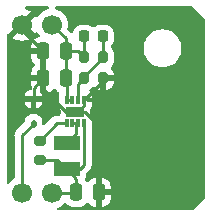
<source format=gbr>
%TF.GenerationSoftware,KiCad,Pcbnew,7.0.8*%
%TF.CreationDate,2024-11-10T19:07:09+09:00*%
%TF.ProjectId,Ni-MH_3.3V-Module,4e692d4d-485f-4332-9e33-562d4d6f6475,rev?*%
%TF.SameCoordinates,Original*%
%TF.FileFunction,Copper,L1,Top*%
%TF.FilePolarity,Positive*%
%FSLAX46Y46*%
G04 Gerber Fmt 4.6, Leading zero omitted, Abs format (unit mm)*
G04 Created by KiCad (PCBNEW 7.0.8) date 2024-11-10 19:07:09*
%MOMM*%
%LPD*%
G01*
G04 APERTURE LIST*
G04 Aperture macros list*
%AMRoundRect*
0 Rectangle with rounded corners*
0 $1 Rounding radius*
0 $2 $3 $4 $5 $6 $7 $8 $9 X,Y pos of 4 corners*
0 Add a 4 corners polygon primitive as box body*
4,1,4,$2,$3,$4,$5,$6,$7,$8,$9,$2,$3,0*
0 Add four circle primitives for the rounded corners*
1,1,$1+$1,$2,$3*
1,1,$1+$1,$4,$5*
1,1,$1+$1,$6,$7*
1,1,$1+$1,$8,$9*
0 Add four rect primitives between the rounded corners*
20,1,$1+$1,$2,$3,$4,$5,0*
20,1,$1+$1,$4,$5,$6,$7,0*
20,1,$1+$1,$6,$7,$8,$9,0*
20,1,$1+$1,$8,$9,$2,$3,0*%
G04 Aperture macros list end*
%TA.AperFunction,SMDPad,CuDef*%
%ADD10RoundRect,0.200000X-0.200000X-0.275000X0.200000X-0.275000X0.200000X0.275000X-0.200000X0.275000X0*%
%TD*%
%TA.AperFunction,ComponentPad*%
%ADD11C,1.700000*%
%TD*%
%TA.AperFunction,SMDPad,CuDef*%
%ADD12RoundRect,0.112500X0.112500X-0.187500X0.112500X0.187500X-0.112500X0.187500X-0.112500X-0.187500X0*%
%TD*%
%TA.AperFunction,SMDPad,CuDef*%
%ADD13RoundRect,0.250000X0.250000X0.475000X-0.250000X0.475000X-0.250000X-0.475000X0.250000X-0.475000X0*%
%TD*%
%TA.AperFunction,SMDPad,CuDef*%
%ADD14RoundRect,0.250000X-0.250000X-0.475000X0.250000X-0.475000X0.250000X0.475000X-0.250000X0.475000X0*%
%TD*%
%TA.AperFunction,SMDPad,CuDef*%
%ADD15RoundRect,0.035000X-0.105000X0.335000X-0.105000X-0.335000X0.105000X-0.335000X0.105000X0.335000X0*%
%TD*%
%TA.AperFunction,SMDPad,CuDef*%
%ADD16R,1.600000X0.900000*%
%TD*%
%TA.AperFunction,ComponentPad*%
%ADD17C,0.400000*%
%TD*%
%TA.AperFunction,SMDPad,CuDef*%
%ADD18RoundRect,0.225000X0.225000X0.250000X-0.225000X0.250000X-0.225000X-0.250000X0.225000X-0.250000X0*%
%TD*%
%TA.AperFunction,SMDPad,CuDef*%
%ADD19RoundRect,0.200000X0.275000X-0.200000X0.275000X0.200000X-0.275000X0.200000X-0.275000X-0.200000X0*%
%TD*%
%TA.AperFunction,SMDPad,CuDef*%
%ADD20R,2.220000X1.240000*%
%TD*%
%TA.AperFunction,Conductor*%
%ADD21C,0.250000*%
%TD*%
G04 APERTURE END LIST*
D10*
%TO.P,R2,1*%
%TO.N,FB*%
X7049000Y-6604000D03*
%TO.P,R2,2*%
%TO.N,AGND*%
X8699000Y-6604000D03*
%TD*%
D11*
%TO.P,J1,1,Pin_1*%
%TO.N,1.2V*%
X4353000Y-16283000D03*
%TO.P,J1,2,Pin_2*%
%TO.N,Net-(D1-K)*%
X1813000Y-16283000D03*
%TD*%
D12*
%TO.P,D1,1,K*%
%TO.N,Net-(D1-K)*%
X2794000Y-10448000D03*
%TO.P,D1,2,A*%
%TO.N,AGND*%
X2794000Y-8348000D03*
%TD*%
D13*
%TO.P,C1,1*%
%TO.N,AGND*%
X8316000Y-16256000D03*
%TO.P,C1,2*%
%TO.N,1.2V*%
X6416000Y-16256000D03*
%TD*%
D14*
%TO.P,C4,1*%
%TO.N,AGND*%
X3622000Y-4318000D03*
%TO.P,C4,2*%
%TO.N,3.3V*%
X5522000Y-4318000D03*
%TD*%
D15*
%TO.P,U1,1,AGND*%
%TO.N,AGND*%
X7088000Y-8444000D03*
%TO.P,U1,2,FB*%
%TO.N,FB*%
X6588000Y-8444000D03*
%TO.P,U1,3,VOUT*%
%TO.N,3.3V*%
X6088000Y-8444000D03*
%TO.P,U1,4,VOUT*%
X5588000Y-8444000D03*
%TO.P,U1,5,EN*%
%TO.N,1.2V*%
X5588000Y-10414000D03*
%TO.P,U1,6,SW*%
%TO.N,SW*%
X6088000Y-10414000D03*
%TO.P,U1,7,SW*%
X6588000Y-10414000D03*
%TO.P,U1,8,VIN*%
%TO.N,1.2V*%
X7088000Y-10414000D03*
D16*
%TO.P,U1,9,PGND*%
%TO.N,AGND*%
X6338000Y-9429000D03*
D17*
%TO.P,U1,9_1*%
%TO.N,N/C*%
X6888000Y-9429000D03*
%TO.P,U1,9_2*%
X5788000Y-9429000D03*
%TD*%
D11*
%TO.P,J2,1,Pin_1*%
%TO.N,AGND*%
X1813000Y-2059000D03*
%TO.P,J2,2,Pin_2*%
%TO.N,3.3V*%
X4353000Y-2059000D03*
%TD*%
D18*
%TO.P,C2,1*%
%TO.N,FB*%
X8649000Y-3048000D03*
%TO.P,C2,2*%
%TO.N,3.3V*%
X7099000Y-3048000D03*
%TD*%
D14*
%TO.P,C3,1*%
%TO.N,AGND*%
X3622000Y-6604000D03*
%TO.P,C3,2*%
%TO.N,3.3V*%
X5522000Y-6604000D03*
%TD*%
D10*
%TO.P,R1,1*%
%TO.N,3.3V*%
X7049000Y-4826000D03*
%TO.P,R1,2*%
%TO.N,FB*%
X8699000Y-4826000D03*
%TD*%
D19*
%TO.P,R3,1*%
%TO.N,1.2V*%
X3302000Y-13525000D03*
%TO.P,R3,2*%
X3302000Y-11875000D03*
%TD*%
D20*
%TO.P,L1,1*%
%TO.N,1.2V*%
X5588000Y-14298000D03*
%TO.P,L1,2*%
%TO.N,SW*%
X5588000Y-12118000D03*
%TD*%
D21*
%TO.N,AGND*%
X6338000Y-9429000D02*
X5538000Y-9429000D01*
X8699000Y-6833000D02*
X7088000Y-8444000D01*
X6552118Y-9429000D02*
X6338000Y-9429000D01*
X3622000Y-7513000D02*
X3622000Y-6604000D01*
X2794000Y-7432000D02*
X3622000Y-6604000D01*
X1813000Y-2509000D02*
X1813000Y-2059000D01*
X7138000Y-9429000D02*
X8316000Y-10607000D01*
X7088000Y-8893118D02*
X6552118Y-9429000D01*
X7088000Y-8444000D02*
X7088000Y-8893118D01*
X3622000Y-4318000D02*
X1813000Y-2509000D01*
X6338000Y-9429000D02*
X7138000Y-9429000D01*
X5538000Y-9429000D02*
X3622000Y-7513000D01*
X8316000Y-10607000D02*
X8316000Y-16256000D01*
X8699000Y-6604000D02*
X8699000Y-6833000D01*
X3622000Y-6604000D02*
X3622000Y-4318000D01*
X2794000Y-8348000D02*
X2794000Y-7432000D01*
%TO.N,1.2V*%
X3302000Y-13525000D02*
X4815000Y-13525000D01*
X4763000Y-10414000D02*
X3302000Y-11875000D01*
X6416000Y-16256000D02*
X6416000Y-15126000D01*
X7088000Y-10414000D02*
X7088000Y-13908000D01*
X6389000Y-16283000D02*
X6416000Y-16256000D01*
X6698000Y-14298000D02*
X5588000Y-14298000D01*
X4815000Y-13525000D02*
X5588000Y-14298000D01*
X6416000Y-15126000D02*
X5588000Y-14298000D01*
X7088000Y-13908000D02*
X6698000Y-14298000D01*
X5588000Y-10414000D02*
X4763000Y-10414000D01*
X4353000Y-16283000D02*
X6389000Y-16283000D01*
%TO.N,FB*%
X7049000Y-6604000D02*
X7049000Y-6476000D01*
X8699000Y-3098000D02*
X8649000Y-3048000D01*
X6588000Y-7065000D02*
X7049000Y-6604000D01*
X7049000Y-6476000D02*
X8699000Y-4826000D01*
X8699000Y-4826000D02*
X8699000Y-3098000D01*
X6588000Y-8444000D02*
X6588000Y-7065000D01*
%TO.N,3.3V*%
X5588000Y-8444000D02*
X6088000Y-8444000D01*
X5588000Y-6670000D02*
X5522000Y-6604000D01*
X7099000Y-4776000D02*
X7049000Y-4826000D01*
X6541000Y-4318000D02*
X7049000Y-4826000D01*
X5588000Y-8444000D02*
X5588000Y-6670000D01*
X5522000Y-4318000D02*
X6541000Y-4318000D01*
X5522000Y-6604000D02*
X5522000Y-4318000D01*
X5522000Y-3228000D02*
X5522000Y-4318000D01*
X4353000Y-2059000D02*
X5522000Y-3228000D01*
X7099000Y-3048000D02*
X7099000Y-4776000D01*
%TO.N,Net-(D1-K)*%
X1813000Y-11429000D02*
X1813000Y-16283000D01*
X2794000Y-10448000D02*
X1813000Y-11429000D01*
%TO.N,SW*%
X6350000Y-10414000D02*
X6088000Y-10414000D01*
X6350000Y-10414000D02*
X6350000Y-11356000D01*
X6588000Y-10414000D02*
X6350000Y-10414000D01*
X6350000Y-11356000D02*
X5588000Y-12118000D01*
%TD*%
%TA.AperFunction,Conductor*%
%TO.N,AGND*%
G36*
X16271677Y-527685D02*
G01*
X16292319Y-544319D01*
X17235681Y-1487681D01*
X17269166Y-1549004D01*
X17272000Y-1575362D01*
X17272000Y-16712638D01*
X17252315Y-16779677D01*
X17235681Y-16800319D01*
X16292319Y-17743681D01*
X16230996Y-17777166D01*
X16204638Y-17780000D01*
X4897557Y-17780000D01*
X4830518Y-17760315D01*
X4784763Y-17707511D01*
X4774819Y-17638353D01*
X4803844Y-17574797D01*
X4845150Y-17543618D01*
X5030830Y-17457035D01*
X5224401Y-17321495D01*
X5375779Y-17170117D01*
X5437102Y-17136632D01*
X5506794Y-17141616D01*
X5562727Y-17183488D01*
X5568993Y-17192693D01*
X5573288Y-17199656D01*
X5697344Y-17323712D01*
X5846666Y-17415814D01*
X6013203Y-17470999D01*
X6115991Y-17481500D01*
X6716008Y-17481499D01*
X6716016Y-17481498D01*
X6716019Y-17481498D01*
X6772302Y-17475748D01*
X6818797Y-17470999D01*
X6985334Y-17415814D01*
X7134656Y-17323712D01*
X7258712Y-17199656D01*
X7260752Y-17196347D01*
X7262745Y-17194555D01*
X7263193Y-17193989D01*
X7263289Y-17194065D01*
X7312694Y-17149623D01*
X7381656Y-17138395D01*
X7445740Y-17166234D01*
X7471829Y-17196339D01*
X7473681Y-17199341D01*
X7473683Y-17199344D01*
X7597654Y-17323315D01*
X7746875Y-17415356D01*
X7746880Y-17415358D01*
X7913302Y-17470505D01*
X7913309Y-17470506D01*
X8016019Y-17480999D01*
X8065999Y-17480998D01*
X8066000Y-17480998D01*
X8066000Y-16506000D01*
X8566000Y-16506000D01*
X8566000Y-17480999D01*
X8615972Y-17480999D01*
X8615986Y-17480998D01*
X8718697Y-17470505D01*
X8885119Y-17415358D01*
X8885124Y-17415356D01*
X9034345Y-17323315D01*
X9158315Y-17199345D01*
X9250356Y-17050124D01*
X9250358Y-17050119D01*
X9305505Y-16883697D01*
X9305506Y-16883690D01*
X9315999Y-16780986D01*
X9316000Y-16780973D01*
X9316000Y-16506000D01*
X8566000Y-16506000D01*
X8066000Y-16506000D01*
X8066000Y-15031000D01*
X8566000Y-15031000D01*
X8566000Y-16006000D01*
X9315999Y-16006000D01*
X9315999Y-15731028D01*
X9315998Y-15731013D01*
X9305505Y-15628302D01*
X9250358Y-15461880D01*
X9250356Y-15461875D01*
X9158315Y-15312654D01*
X9034345Y-15188684D01*
X8885124Y-15096643D01*
X8885119Y-15096641D01*
X8718697Y-15041494D01*
X8718690Y-15041493D01*
X8615986Y-15031000D01*
X8566000Y-15031000D01*
X8066000Y-15031000D01*
X8065999Y-15030999D01*
X8016029Y-15031000D01*
X8016011Y-15031001D01*
X7913302Y-15041494D01*
X7746880Y-15096641D01*
X7746875Y-15096643D01*
X7597654Y-15188684D01*
X7473683Y-15312655D01*
X7473679Y-15312660D01*
X7471826Y-15315665D01*
X7470018Y-15317290D01*
X7469202Y-15318323D01*
X7469025Y-15318183D01*
X7419874Y-15362385D01*
X7350911Y-15373601D01*
X7286831Y-15345752D01*
X7260753Y-15315653D01*
X7260737Y-15315628D01*
X7258712Y-15312344D01*
X7188610Y-15242242D01*
X7155125Y-15180919D01*
X7160108Y-15111232D01*
X7192091Y-15025483D01*
X7198500Y-14965873D01*
X7198499Y-14733451D01*
X7218183Y-14666412D01*
X7234813Y-14645775D01*
X7471785Y-14408803D01*
X7484041Y-14398987D01*
X7483858Y-14398765D01*
X7489875Y-14393787D01*
X7489874Y-14393787D01*
X7489877Y-14393786D01*
X7514251Y-14367829D01*
X7537227Y-14343364D01*
X7547671Y-14332918D01*
X7558120Y-14322471D01*
X7562379Y-14316978D01*
X7566152Y-14312561D01*
X7598062Y-14278582D01*
X7607713Y-14261024D01*
X7618396Y-14244761D01*
X7630673Y-14228936D01*
X7649185Y-14186153D01*
X7651738Y-14180941D01*
X7674197Y-14140092D01*
X7679180Y-14120680D01*
X7685481Y-14102280D01*
X7693437Y-14083896D01*
X7700729Y-14037852D01*
X7701906Y-14032171D01*
X7713500Y-13987019D01*
X7713500Y-13966983D01*
X7715027Y-13947582D01*
X7718160Y-13927804D01*
X7713775Y-13881415D01*
X7713500Y-13875577D01*
X7713500Y-10910867D01*
X7717280Y-10880482D01*
X7718162Y-10876987D01*
X7718166Y-10876979D01*
X7728500Y-10790927D01*
X7728499Y-10037074D01*
X7718166Y-9951021D01*
X7664163Y-9814078D01*
X7664162Y-9814077D01*
X7664162Y-9814076D01*
X7663195Y-9812801D01*
X7662671Y-9811424D01*
X7660005Y-9806681D01*
X7660716Y-9806280D01*
X7638373Y-9747490D01*
X7638000Y-9737877D01*
X7638000Y-9679000D01*
X7614071Y-9655071D01*
X7580586Y-9593748D01*
X7578656Y-9552443D01*
X7593645Y-9429000D01*
X7578656Y-9305555D01*
X7590116Y-9236632D01*
X7614071Y-9202927D01*
X7638000Y-9178998D01*
X7638000Y-9119293D01*
X7657685Y-9052254D01*
X7663201Y-9044362D01*
X7663723Y-9043673D01*
X7717674Y-8906860D01*
X7717675Y-8906858D01*
X7728000Y-8820884D01*
X7728000Y-8584000D01*
X7352499Y-8584000D01*
X7285460Y-8564315D01*
X7239705Y-8511511D01*
X7228499Y-8460000D01*
X7228499Y-8428000D01*
X7248184Y-8360961D01*
X7300988Y-8315206D01*
X7352499Y-8304000D01*
X7728000Y-8304000D01*
X7728000Y-8067115D01*
X7717675Y-7981141D01*
X7663721Y-7844323D01*
X7574859Y-7727141D01*
X7554188Y-7711466D01*
X7512664Y-7655274D01*
X7508111Y-7585553D01*
X7541976Y-7524438D01*
X7564955Y-7506549D01*
X7684185Y-7434472D01*
X7786673Y-7331983D01*
X7847994Y-7298499D01*
X7917685Y-7303483D01*
X7962034Y-7331984D01*
X8064122Y-7434072D01*
X8209604Y-7522019D01*
X8209603Y-7522019D01*
X8371894Y-7572590D01*
X8371893Y-7572590D01*
X8442408Y-7578998D01*
X8442426Y-7578999D01*
X8448999Y-7578998D01*
X8449000Y-7578998D01*
X8449000Y-6854000D01*
X8949000Y-6854000D01*
X8949000Y-7578999D01*
X8955581Y-7578999D01*
X9026102Y-7572591D01*
X9026107Y-7572590D01*
X9188396Y-7522018D01*
X9333877Y-7434072D01*
X9454072Y-7313877D01*
X9542019Y-7168395D01*
X9592590Y-7006106D01*
X9599000Y-6935572D01*
X9599000Y-6854000D01*
X8949000Y-6854000D01*
X8449000Y-6854000D01*
X8449000Y-6478000D01*
X8468685Y-6410961D01*
X8521489Y-6365206D01*
X8573000Y-6354000D01*
X9598999Y-6354000D01*
X9598999Y-6272417D01*
X9592591Y-6201897D01*
X9592590Y-6201892D01*
X9542018Y-6039603D01*
X9454072Y-5894122D01*
X9362984Y-5803034D01*
X9329499Y-5741711D01*
X9334483Y-5672019D01*
X9362983Y-5627673D01*
X9454472Y-5536185D01*
X9542478Y-5390606D01*
X9593086Y-5228196D01*
X9599500Y-5157616D01*
X9599500Y-4494384D01*
X9593086Y-4423804D01*
X9542478Y-4261394D01*
X9454472Y-4115815D01*
X9454470Y-4115813D01*
X9454469Y-4115811D01*
X9402658Y-4064000D01*
X12110551Y-4064000D01*
X12130317Y-4315151D01*
X12189126Y-4560110D01*
X12285533Y-4792859D01*
X12417160Y-5007653D01*
X12417161Y-5007656D01*
X12417164Y-5007659D01*
X12580776Y-5199224D01*
X12653876Y-5261657D01*
X12772343Y-5362838D01*
X12772346Y-5362839D01*
X12987140Y-5494466D01*
X13118028Y-5548681D01*
X13219889Y-5590873D01*
X13464852Y-5649683D01*
X13620950Y-5661968D01*
X13653116Y-5664500D01*
X13653118Y-5664500D01*
X13778884Y-5664500D01*
X13808518Y-5662167D01*
X13967148Y-5649683D01*
X14212111Y-5590873D01*
X14444859Y-5494466D01*
X14659659Y-5362836D01*
X14851224Y-5199224D01*
X15014836Y-5007659D01*
X15146466Y-4792859D01*
X15242873Y-4560111D01*
X15301683Y-4315148D01*
X15321449Y-4064000D01*
X15301683Y-3812852D01*
X15242873Y-3567889D01*
X15192264Y-3445708D01*
X15146466Y-3335140D01*
X15014839Y-3120346D01*
X15014838Y-3120343D01*
X14972872Y-3071208D01*
X14851224Y-2928776D01*
X14693493Y-2794061D01*
X14659656Y-2765161D01*
X14659653Y-2765160D01*
X14444859Y-2633533D01*
X14212110Y-2537126D01*
X13967150Y-2478317D01*
X13778884Y-2463500D01*
X13778882Y-2463500D01*
X13653118Y-2463500D01*
X13653116Y-2463500D01*
X13464849Y-2478317D01*
X13219889Y-2537126D01*
X12987140Y-2633533D01*
X12772346Y-2765160D01*
X12772343Y-2765161D01*
X12580776Y-2928776D01*
X12417161Y-3120343D01*
X12417160Y-3120346D01*
X12285533Y-3335140D01*
X12189126Y-3567889D01*
X12130317Y-3812848D01*
X12110551Y-4064000D01*
X9402658Y-4064000D01*
X9360819Y-4022161D01*
X9327334Y-3960838D01*
X9324500Y-3934480D01*
X9324500Y-3924874D01*
X9344185Y-3857835D01*
X9360819Y-3837193D01*
X9385164Y-3812848D01*
X9446968Y-3751044D01*
X9536003Y-3606697D01*
X9589349Y-3445708D01*
X9599500Y-3346345D01*
X9599499Y-2749656D01*
X9594506Y-2700781D01*
X9589349Y-2650292D01*
X9589348Y-2650289D01*
X9559098Y-2559000D01*
X9536003Y-2489303D01*
X9535999Y-2489297D01*
X9535998Y-2489294D01*
X9446970Y-2344959D01*
X9446967Y-2344955D01*
X9327044Y-2225032D01*
X9327040Y-2225029D01*
X9182705Y-2136001D01*
X9182699Y-2135998D01*
X9182697Y-2135997D01*
X9167282Y-2130889D01*
X9021709Y-2082651D01*
X8922346Y-2072500D01*
X8375662Y-2072500D01*
X8375644Y-2072501D01*
X8276292Y-2082650D01*
X8276289Y-2082651D01*
X8115305Y-2135996D01*
X8115294Y-2136001D01*
X7970959Y-2225029D01*
X7970955Y-2225032D01*
X7961681Y-2234307D01*
X7900358Y-2267792D01*
X7830666Y-2262808D01*
X7786319Y-2234307D01*
X7777044Y-2225032D01*
X7777040Y-2225029D01*
X7632705Y-2136001D01*
X7632699Y-2135998D01*
X7632697Y-2135997D01*
X7617282Y-2130889D01*
X7471709Y-2082651D01*
X7372346Y-2072500D01*
X6825662Y-2072500D01*
X6825644Y-2072501D01*
X6726292Y-2082650D01*
X6726289Y-2082651D01*
X6565305Y-2135996D01*
X6565294Y-2136001D01*
X6420959Y-2225029D01*
X6420955Y-2225032D01*
X6301032Y-2344955D01*
X6301029Y-2344959D01*
X6212001Y-2489294D01*
X6211996Y-2489305D01*
X6158651Y-2650290D01*
X6154674Y-2689218D01*
X6128277Y-2753910D01*
X6071096Y-2794061D01*
X6001285Y-2796924D01*
X5952276Y-2772159D01*
X5945688Y-2766709D01*
X5941376Y-2762786D01*
X5693237Y-2514647D01*
X5659752Y-2453324D01*
X5661143Y-2394872D01*
X5662503Y-2389798D01*
X5688063Y-2294408D01*
X5708659Y-2059000D01*
X5688063Y-1823592D01*
X5626903Y-1595337D01*
X5527035Y-1381171D01*
X5521731Y-1373595D01*
X5391494Y-1187597D01*
X5224402Y-1020506D01*
X5224395Y-1020501D01*
X5030834Y-884967D01*
X5030830Y-884965D01*
X5030828Y-884964D01*
X4816663Y-785097D01*
X4816659Y-785096D01*
X4816655Y-785094D01*
X4692303Y-751775D01*
X4632642Y-715410D01*
X4602113Y-652563D01*
X4610408Y-583188D01*
X4654893Y-529310D01*
X4721445Y-508035D01*
X4724396Y-508000D01*
X16204638Y-508000D01*
X16271677Y-527685D01*
G37*
%TD.AperFunction*%
%TA.AperFunction,Conductor*%
G36*
X1353507Y-2268844D02*
G01*
X1431239Y-2389798D01*
X1539900Y-2483952D01*
X1670685Y-2543680D01*
X1680466Y-2545086D01*
X1051625Y-3173925D01*
X1135421Y-3232599D01*
X1349507Y-3332429D01*
X1349516Y-3332433D01*
X1577673Y-3393567D01*
X1577684Y-3393569D01*
X1812998Y-3414157D01*
X1813002Y-3414157D01*
X2048315Y-3393569D01*
X2048326Y-3393567D01*
X2276483Y-3332433D01*
X2276492Y-3332429D01*
X2490578Y-3232600D01*
X2490582Y-3232598D01*
X2574373Y-3173926D01*
X2574373Y-3173925D01*
X1945533Y-2545086D01*
X1955315Y-2543680D01*
X2086100Y-2483952D01*
X2194761Y-2389798D01*
X2272493Y-2268844D01*
X2296076Y-2188524D01*
X2927925Y-2820373D01*
X2981119Y-2744405D01*
X3035696Y-2700781D01*
X3105195Y-2693588D01*
X3167549Y-2725110D01*
X3184269Y-2744406D01*
X3300209Y-2909986D01*
X3322536Y-2976192D01*
X3305526Y-3043959D01*
X3254578Y-3091772D01*
X3224591Y-3102362D01*
X3219303Y-3103493D01*
X3052880Y-3158641D01*
X3052875Y-3158643D01*
X2903654Y-3250684D01*
X2779684Y-3374654D01*
X2687643Y-3523875D01*
X2687641Y-3523880D01*
X2632494Y-3690302D01*
X2632493Y-3690309D01*
X2622000Y-3793013D01*
X2622000Y-4068000D01*
X3748000Y-4068000D01*
X3815039Y-4087685D01*
X3860794Y-4140489D01*
X3872000Y-4192000D01*
X3872000Y-7828999D01*
X3921972Y-7828999D01*
X3921986Y-7828998D01*
X4024697Y-7818505D01*
X4191119Y-7763358D01*
X4191124Y-7763356D01*
X4340345Y-7671315D01*
X4464318Y-7547342D01*
X4466165Y-7544348D01*
X4467969Y-7542724D01*
X4468798Y-7541677D01*
X4468976Y-7541818D01*
X4518110Y-7497621D01*
X4587073Y-7486396D01*
X4651156Y-7514236D01*
X4677243Y-7544341D01*
X4679288Y-7547656D01*
X4803344Y-7671712D01*
X4903597Y-7733548D01*
X4950321Y-7785494D01*
X4962500Y-7839086D01*
X4962500Y-7947130D01*
X4958720Y-7977515D01*
X4957834Y-7981019D01*
X4955250Y-8002534D01*
X4947500Y-8067073D01*
X4947500Y-8067078D01*
X4947500Y-8067079D01*
X4947500Y-8820919D01*
X4957833Y-8906977D01*
X4957834Y-8906979D01*
X5011837Y-9043922D01*
X5012171Y-9044362D01*
X5012802Y-9045194D01*
X5013322Y-9046564D01*
X5015995Y-9051317D01*
X5015281Y-9051718D01*
X5037626Y-9110504D01*
X5038000Y-9120122D01*
X5038000Y-9179000D01*
X5061928Y-9202928D01*
X5095413Y-9264251D01*
X5097343Y-9305555D01*
X5082355Y-9428999D01*
X5082355Y-9429000D01*
X5097343Y-9552444D01*
X5085882Y-9621368D01*
X5061929Y-9655071D01*
X5031972Y-9685028D01*
X5018315Y-9731539D01*
X4965511Y-9777294D01*
X4914000Y-9788500D01*
X4845743Y-9788500D01*
X4830122Y-9786775D01*
X4830096Y-9787061D01*
X4822334Y-9786327D01*
X4822333Y-9786327D01*
X4753186Y-9788500D01*
X4723649Y-9788500D01*
X4716766Y-9789369D01*
X4710949Y-9789826D01*
X4664373Y-9791290D01*
X4645129Y-9796881D01*
X4626079Y-9800825D01*
X4606211Y-9803334D01*
X4562884Y-9820488D01*
X4557358Y-9822379D01*
X4512614Y-9835379D01*
X4512610Y-9835381D01*
X4495366Y-9845579D01*
X4477905Y-9854133D01*
X4459274Y-9861510D01*
X4459262Y-9861517D01*
X4421570Y-9888902D01*
X4416687Y-9892109D01*
X4376580Y-9915829D01*
X4362414Y-9929995D01*
X4347624Y-9942627D01*
X4331414Y-9954404D01*
X4331411Y-9954407D01*
X4301710Y-9990309D01*
X4297777Y-9994631D01*
X3731180Y-10561227D01*
X3669857Y-10594712D01*
X3600165Y-10589728D01*
X3544232Y-10547856D01*
X3519815Y-10482392D01*
X3519499Y-10473561D01*
X3519499Y-10198596D01*
X3516765Y-10163844D01*
X3473555Y-10015113D01*
X3394715Y-9881802D01*
X3394713Y-9881800D01*
X3394710Y-9881796D01*
X3285203Y-9772289D01*
X3285194Y-9772282D01*
X3204111Y-9724330D01*
X3151887Y-9693445D01*
X3003156Y-9650235D01*
X3003153Y-9650234D01*
X3003151Y-9650234D01*
X2968407Y-9647500D01*
X2968405Y-9647500D01*
X2735865Y-9647500D01*
X2619595Y-9647501D01*
X2584847Y-9650234D01*
X2584844Y-9650235D01*
X2436113Y-9693445D01*
X2436111Y-9693445D01*
X2436111Y-9693446D01*
X2302805Y-9772282D01*
X2302796Y-9772289D01*
X2193289Y-9881796D01*
X2193282Y-9881805D01*
X2114446Y-10015111D01*
X2071234Y-10163847D01*
X2071234Y-10163849D01*
X2068500Y-10198593D01*
X2068500Y-10237546D01*
X2048815Y-10304585D01*
X2032181Y-10325227D01*
X1429208Y-10928199D01*
X1416951Y-10938020D01*
X1417134Y-10938241D01*
X1411123Y-10943213D01*
X1363772Y-10993636D01*
X1342889Y-11014519D01*
X1342877Y-11014532D01*
X1338621Y-11020017D01*
X1334837Y-11024447D01*
X1302937Y-11058418D01*
X1302936Y-11058420D01*
X1293284Y-11075976D01*
X1282610Y-11092226D01*
X1270329Y-11108061D01*
X1270324Y-11108068D01*
X1251815Y-11150838D01*
X1249245Y-11156084D01*
X1226803Y-11196906D01*
X1221822Y-11216307D01*
X1215521Y-11234710D01*
X1207562Y-11253102D01*
X1207561Y-11253105D01*
X1200271Y-11299127D01*
X1199087Y-11304846D01*
X1187501Y-11349972D01*
X1187500Y-11349982D01*
X1187500Y-11370016D01*
X1185973Y-11389415D01*
X1182840Y-11409194D01*
X1182840Y-11409195D01*
X1187225Y-11455583D01*
X1187500Y-11461421D01*
X1187500Y-15007773D01*
X1167815Y-15074812D01*
X1134623Y-15109348D01*
X941597Y-15244505D01*
X774508Y-15411594D01*
X733575Y-15470053D01*
X678998Y-15513678D01*
X609499Y-15520870D01*
X547145Y-15489348D01*
X511731Y-15429118D01*
X508000Y-15398929D01*
X508000Y-8573000D01*
X2069001Y-8573000D01*
X2069001Y-8597353D01*
X2071733Y-8632078D01*
X2114906Y-8780681D01*
X2114907Y-8780684D01*
X2193682Y-8913885D01*
X2193688Y-8913894D01*
X2303105Y-9023311D01*
X2303114Y-9023317D01*
X2436315Y-9102092D01*
X2436318Y-9102093D01*
X2568998Y-9140641D01*
X2569000Y-9140640D01*
X2569000Y-8573000D01*
X3019000Y-8573000D01*
X3019000Y-9140640D01*
X3019001Y-9140641D01*
X3151681Y-9102093D01*
X3151684Y-9102092D01*
X3284885Y-9023317D01*
X3284894Y-9023311D01*
X3394311Y-8913894D01*
X3394317Y-8913885D01*
X3473092Y-8780684D01*
X3473093Y-8780681D01*
X3516265Y-8632084D01*
X3516267Y-8632073D01*
X3519000Y-8597357D01*
X3519000Y-8573000D01*
X3019000Y-8573000D01*
X2569000Y-8573000D01*
X2069001Y-8573000D01*
X508000Y-8573000D01*
X508000Y-8123000D01*
X2069000Y-8123000D01*
X3518999Y-8123000D01*
X3518999Y-8098647D01*
X3516266Y-8063921D01*
X3473093Y-7915318D01*
X3473090Y-7915311D01*
X3445703Y-7869000D01*
X3434564Y-7862647D01*
X3386084Y-7812333D01*
X3372000Y-7754936D01*
X3372000Y-6854000D01*
X2622001Y-6854000D01*
X2622001Y-7128986D01*
X2632494Y-7231697D01*
X2684609Y-7388968D01*
X2687011Y-7458796D01*
X2651279Y-7518838D01*
X2589192Y-7549952D01*
X2584927Y-7550731D01*
X2436318Y-7593906D01*
X2436315Y-7593907D01*
X2303114Y-7672682D01*
X2303105Y-7672688D01*
X2193688Y-7782105D01*
X2193682Y-7782114D01*
X2114907Y-7915315D01*
X2114906Y-7915318D01*
X2071734Y-8063915D01*
X2071732Y-8063926D01*
X2069000Y-8098643D01*
X2069000Y-8123000D01*
X508000Y-8123000D01*
X508000Y-6354000D01*
X2622000Y-6354000D01*
X3372000Y-6354000D01*
X3372000Y-4568000D01*
X2622001Y-4568000D01*
X2622001Y-4842986D01*
X2632494Y-4945697D01*
X2687641Y-5112119D01*
X2687643Y-5112124D01*
X2779684Y-5261345D01*
X2891658Y-5373319D01*
X2925143Y-5434642D01*
X2920159Y-5504334D01*
X2891658Y-5548681D01*
X2779684Y-5660654D01*
X2687643Y-5809875D01*
X2687641Y-5809880D01*
X2632494Y-5976302D01*
X2632493Y-5976309D01*
X2622000Y-6079013D01*
X2622000Y-6354000D01*
X508000Y-6354000D01*
X508000Y-2939066D01*
X527685Y-2872027D01*
X580489Y-2826272D01*
X642808Y-2815538D01*
X698073Y-2820373D01*
X1329922Y-2188523D01*
X1353507Y-2268844D01*
G37*
%TD.AperFunction*%
%TA.AperFunction,Conductor*%
G36*
X4048643Y-527685D02*
G01*
X4094398Y-580489D01*
X4104342Y-649647D01*
X4075317Y-713203D01*
X4016539Y-750977D01*
X4013697Y-751775D01*
X3889344Y-785094D01*
X3889335Y-785098D01*
X3675171Y-884964D01*
X3675169Y-884965D01*
X3481597Y-1020505D01*
X3314505Y-1187597D01*
X3184269Y-1373595D01*
X3129692Y-1417220D01*
X3060194Y-1424414D01*
X2997839Y-1392891D01*
X2981119Y-1373595D01*
X2927925Y-1297626D01*
X2927925Y-1297625D01*
X2296076Y-1929475D01*
X2272493Y-1849156D01*
X2194761Y-1728202D01*
X2086100Y-1634048D01*
X1955315Y-1574320D01*
X1945532Y-1572913D01*
X2574373Y-944073D01*
X2574373Y-944072D01*
X2490583Y-885402D01*
X2490579Y-885400D01*
X2276492Y-785570D01*
X2276483Y-785566D01*
X2150371Y-751775D01*
X2090710Y-715410D01*
X2060181Y-652563D01*
X2068476Y-583187D01*
X2112961Y-529310D01*
X2179513Y-508035D01*
X2182464Y-508000D01*
X3981604Y-508000D01*
X4048643Y-527685D01*
G37*
%TD.AperFunction*%
%TD*%
M02*

</source>
